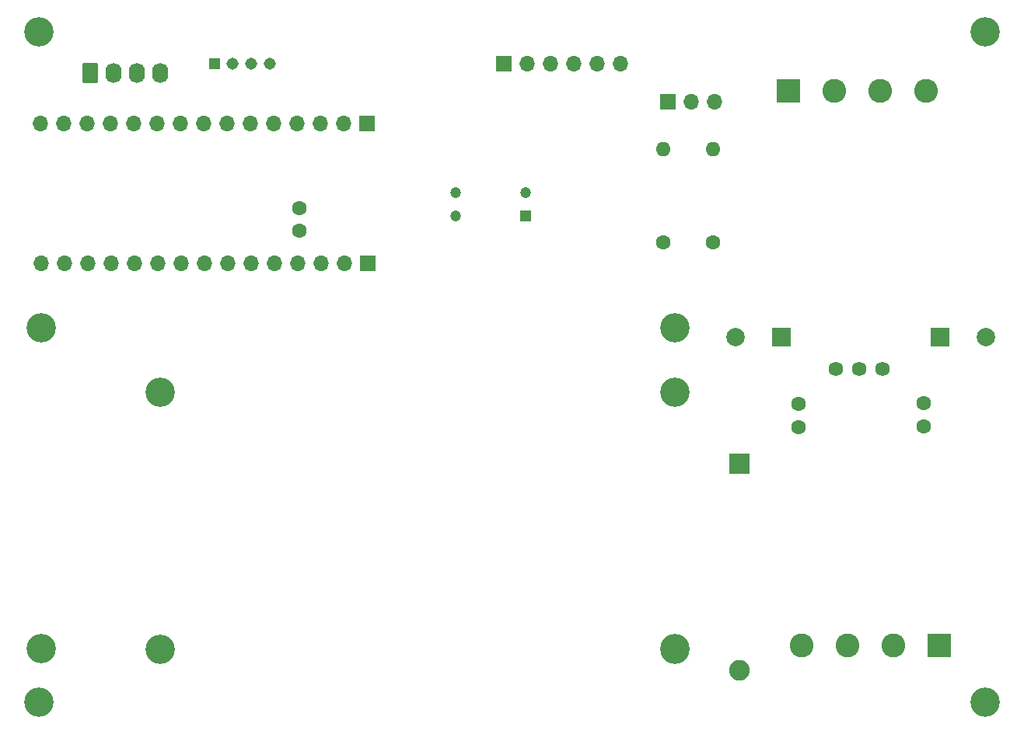
<source format=gbr>
%TF.GenerationSoftware,KiCad,Pcbnew,(6.0.10)*%
%TF.CreationDate,2023-04-13T16:58:54-06:00*%
%TF.ProjectId,RC12,52433132-2e6b-4696-9361-645f70636258,rev?*%
%TF.SameCoordinates,Original*%
%TF.FileFunction,Soldermask,Top*%
%TF.FilePolarity,Negative*%
%FSLAX46Y46*%
G04 Gerber Fmt 4.6, Leading zero omitted, Abs format (unit mm)*
G04 Created by KiCad (PCBNEW (6.0.10)) date 2023-04-13 16:58:54*
%MOMM*%
%LPD*%
G01*
G04 APERTURE LIST*
G04 Aperture macros list*
%AMRoundRect*
0 Rectangle with rounded corners*
0 $1 Rounding radius*
0 $2 $3 $4 $5 $6 $7 $8 $9 X,Y pos of 4 corners*
0 Add a 4 corners polygon primitive as box body*
4,1,4,$2,$3,$4,$5,$6,$7,$8,$9,$2,$3,0*
0 Add four circle primitives for the rounded corners*
1,1,$1+$1,$2,$3*
1,1,$1+$1,$4,$5*
1,1,$1+$1,$6,$7*
1,1,$1+$1,$8,$9*
0 Add four rect primitives between the rounded corners*
20,1,$1+$1,$2,$3,$4,$5,0*
20,1,$1+$1,$4,$5,$6,$7,0*
20,1,$1+$1,$6,$7,$8,$9,0*
20,1,$1+$1,$8,$9,$2,$3,0*%
G04 Aperture macros list end*
%ADD10C,3.200000*%
%ADD11R,1.200000X1.200000*%
%ADD12C,1.200000*%
%ADD13R,1.700000X1.700000*%
%ADD14O,1.700000X1.700000*%
%ADD15C,1.600000*%
%ADD16R,2.000000X2.000000*%
%ADD17C,2.000000*%
%ADD18R,2.600000X2.600000*%
%ADD19C,2.600000*%
%ADD20R,1.308000X1.308000*%
%ADD21C,1.308000*%
%ADD22O,1.600000X1.600000*%
%ADD23R,2.250000X2.250000*%
%ADD24C,2.250000*%
%ADD25C,1.590000*%
%ADD26RoundRect,0.250000X-0.620000X-0.845000X0.620000X-0.845000X0.620000X0.845000X-0.620000X0.845000X0*%
%ADD27O,1.740000X2.190000*%
G04 APERTURE END LIST*
D10*
%TO.C, *%
X28500000Y-96500000D03*
%TD*%
D11*
%TO.C,U1*%
X81510000Y-43570000D03*
D12*
X81510000Y-41030000D03*
X73890000Y-41030000D03*
X73890000Y-43570000D03*
%TD*%
D13*
%TO.C,J2*%
X64280000Y-48700000D03*
D14*
X61740000Y-48700000D03*
X59200000Y-48700000D03*
X56660000Y-48700000D03*
X54120000Y-48700000D03*
X51580000Y-48700000D03*
X49040000Y-48700000D03*
X46500000Y-48700000D03*
X43960000Y-48700000D03*
X41420000Y-48700000D03*
X38880000Y-48700000D03*
X36340000Y-48700000D03*
X33800000Y-48700000D03*
X31260000Y-48700000D03*
X28720000Y-48700000D03*
%TD*%
D15*
%TO.C,C3*%
X111200000Y-64050000D03*
X111200000Y-66550000D03*
%TD*%
D13*
%TO.C,J1*%
X64230000Y-33490000D03*
D14*
X61690000Y-33490000D03*
X59150000Y-33490000D03*
X56610000Y-33490000D03*
X54070000Y-33490000D03*
X51530000Y-33490000D03*
X48990000Y-33490000D03*
X46450000Y-33490000D03*
X43910000Y-33490000D03*
X41370000Y-33490000D03*
X38830000Y-33490000D03*
X36290000Y-33490000D03*
X33750000Y-33490000D03*
X31210000Y-33490000D03*
X28670000Y-33490000D03*
%TD*%
D10*
%TO.C, *%
X131500000Y-23500000D03*
%TD*%
%TO.C,REF\u002A\u002A*%
X97700000Y-55700000D03*
X28700000Y-90700000D03*
X28700000Y-55700000D03*
X97700000Y-90700000D03*
%TD*%
D16*
%TO.C,C4*%
X109348000Y-56700000D03*
D17*
X104348000Y-56700000D03*
%TD*%
D18*
%TO.C,J5*%
X110100000Y-29900000D03*
D19*
X115100000Y-29900000D03*
X120100000Y-29900000D03*
X125100000Y-29900000D03*
%TD*%
D16*
%TO.C,C1*%
X126564646Y-56700000D03*
D17*
X131564646Y-56700000D03*
%TD*%
D15*
%TO.C,C2*%
X124800000Y-63950000D03*
X124800000Y-66450000D03*
%TD*%
%TO.C,C5*%
X56800000Y-42650000D03*
X56800000Y-45150000D03*
%TD*%
D18*
%TO.C,J4*%
X126500000Y-90322000D03*
D19*
X121500000Y-90322000D03*
X116500000Y-90322000D03*
X111500000Y-90322000D03*
%TD*%
D20*
%TO.C,J6*%
X47600000Y-26900000D03*
D21*
X49600000Y-26900000D03*
X51600000Y-26900000D03*
X53600000Y-26900000D03*
%TD*%
D15*
%TO.C,R1*%
X96500000Y-46380000D03*
D22*
X96500000Y-36220000D03*
%TD*%
D13*
%TO.C,J7*%
X79100000Y-26900000D03*
D14*
X81640000Y-26900000D03*
X84180000Y-26900000D03*
X86720000Y-26900000D03*
X89260000Y-26900000D03*
X91800000Y-26900000D03*
%TD*%
D13*
%TO.C,J3*%
X96960000Y-31100000D03*
D14*
X99500000Y-31100000D03*
X102040000Y-31100000D03*
%TD*%
D15*
%TO.C,R2*%
X101900000Y-46380000D03*
D22*
X101900000Y-36220000D03*
%TD*%
D23*
%TO.C,D1*%
X104800000Y-70500000D03*
D24*
X104800000Y-93100000D03*
%TD*%
D10*
%TO.C, *%
X28500000Y-23500000D03*
%TD*%
D25*
%TO.C,RG1*%
X115288123Y-60175000D03*
X117828123Y-60175000D03*
X120368123Y-60175000D03*
%TD*%
D10*
%TO.C, *%
X131500000Y-96500000D03*
%TD*%
%TO.C,REF\u002A\u002A*%
X97701500Y-62738500D03*
X41701500Y-90738500D03*
X41701500Y-62738500D03*
X97701500Y-90738500D03*
%TD*%
D26*
%TO.C,J8*%
X34090000Y-27920000D03*
D27*
X36630000Y-27920000D03*
X39170000Y-27920000D03*
X41710000Y-27920000D03*
%TD*%
M02*

</source>
